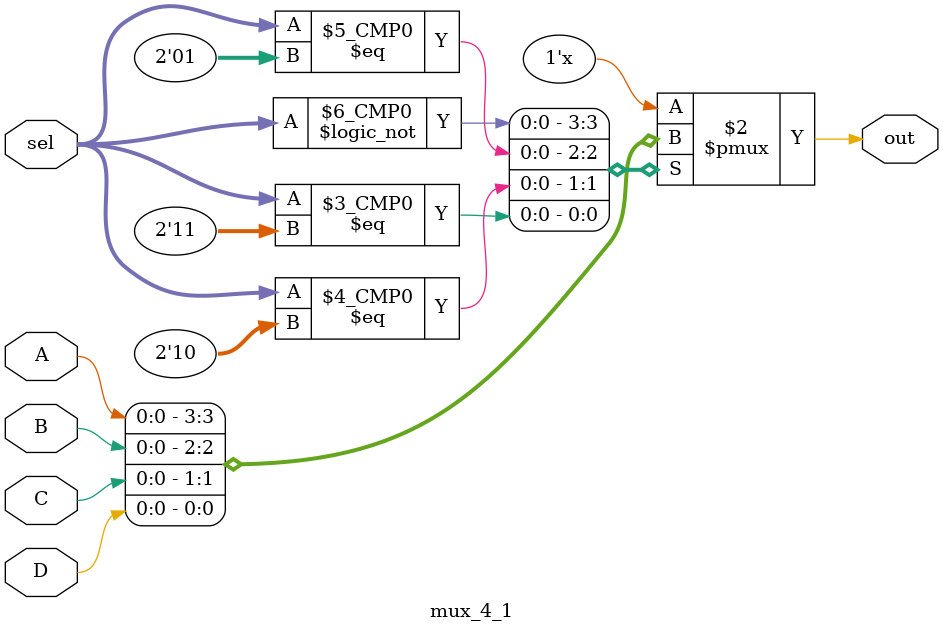
<source format=v>
module mux_4_1 (
input wire A              ,
input wire B              ,
input wire C              ,
input wire D              ,
input wire [1:0] sel      ,
output reg out      
);

always@(*)
 begin
   case(sel) 
        2'b00 : begin                 
	                 out <=  A ;       
	              end
        	2'b01 : begin
	                 out <= B ;      
	               end	
	       2'b10 : begin
	                 out <= C ;       
	               end	
	       2'b11 : begin
	                 out <= D ;      
	               end		
	 endcase   
 end 
endmodule

</source>
